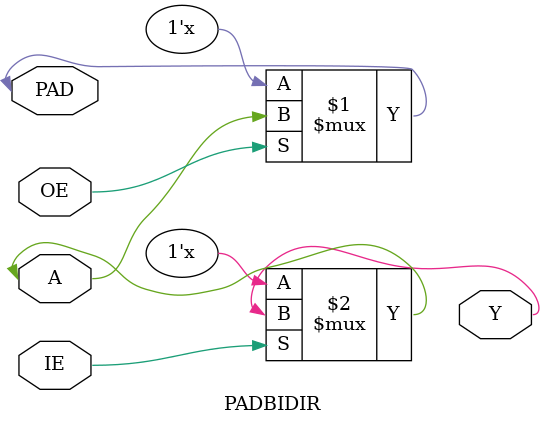
<source format=v>
module PADBIDIR (
    inout PAD,
    input IE,
    input OE,
    input A,
    output Y
);

    assign PAD = (OE) ? A : 1'bz;
    assign A   = (IE) ? Y : 1'bz;

endmodule


</source>
